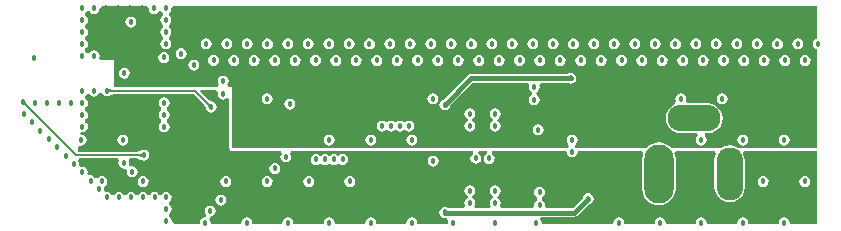
<source format=gbr>
%TF.GenerationSoftware,Altium Limited,Altium Designer,18.1.11 (251)*%
G04 Layer_Physical_Order=3*
G04 Layer_Color=36540*
%FSLAX26Y26*%
%MOIN*%
%TF.FileFunction,Copper,L3,Inr,Signal*%
%TF.Part,Single*%
G01*
G75*
%TA.AperFunction,Conductor*%
%ADD11C,0.007874*%
%ADD37C,0.008000*%
%ADD38C,0.015748*%
%TA.AperFunction,ComponentPad*%
%ADD44O,0.177165X0.088583*%
%ADD45O,0.088583X0.177165*%
%ADD46O,0.098425X0.196850*%
%TA.AperFunction,ViaPad*%
%ADD47C,0.018000*%
G36*
X725866Y757144D02*
X732184Y749143D01*
X731962Y748031D01*
X733359Y741008D01*
X737338Y735054D01*
X743292Y731076D01*
X750315Y729679D01*
X757338Y731076D01*
X763292Y735054D01*
X765555Y738441D01*
X766035Y738613D01*
X773965D01*
X774445Y738441D01*
X776708Y735054D01*
X780095Y732791D01*
X780266Y732312D01*
Y724381D01*
X780095Y723902D01*
X776708Y721639D01*
X772729Y715684D01*
X771332Y708661D01*
X772729Y701638D01*
X776708Y695684D01*
X780095Y693421D01*
X780266Y692942D01*
Y685011D01*
X780095Y684532D01*
X776708Y682269D01*
X772729Y676314D01*
X771332Y669291D01*
X772729Y662268D01*
X776708Y656314D01*
X780095Y654051D01*
X780266Y653571D01*
Y645641D01*
X780095Y645162D01*
X776708Y642898D01*
X772729Y636944D01*
X771332Y629921D01*
X772729Y622898D01*
X776708Y616944D01*
X782662Y612966D01*
X789685Y611569D01*
X796708Y612966D01*
X802662Y616944D01*
X806641Y622898D01*
X808038Y629921D01*
X806641Y636944D01*
X802662Y642898D01*
X799275Y645162D01*
X799104Y645641D01*
Y653571D01*
X799275Y654051D01*
X802662Y656314D01*
X806641Y662268D01*
X808038Y669291D01*
X806641Y676314D01*
X802662Y682269D01*
X799275Y684532D01*
X799104Y685011D01*
Y692942D01*
X799275Y693421D01*
X802662Y695684D01*
X806641Y701638D01*
X808038Y708661D01*
X806641Y715684D01*
X802662Y721639D01*
X799275Y723902D01*
X799104Y724381D01*
Y732312D01*
X799275Y732791D01*
X802662Y735054D01*
X806641Y741008D01*
X808038Y748031D01*
X807816Y749143D01*
X814134Y757143D01*
X2961868Y757143D01*
Y648081D01*
X2957436Y647200D01*
X2951482Y643221D01*
X2947504Y637267D01*
X2946107Y630244D01*
X2947504Y623221D01*
X2951482Y617267D01*
X2957436Y613289D01*
X2961868Y612407D01*
Y282480D01*
X2698030D01*
X2694654Y285071D01*
X2682420Y290139D01*
X2669291Y291867D01*
X2656163Y290139D01*
X2643929Y285071D01*
X2640552Y282480D01*
X2474721D01*
X2472449Y285441D01*
X2460915Y294291D01*
X2447484Y299854D01*
X2433071Y301752D01*
X2418657Y299854D01*
X2405226Y294291D01*
X2393693Y285441D01*
X2391421Y282480D01*
X2156800D01*
X2156678Y282662D01*
X2153291Y284925D01*
X2153119Y285405D01*
Y293335D01*
X2153291Y293815D01*
X2156678Y296078D01*
X2160656Y302032D01*
X2162053Y309055D01*
X2160656Y316078D01*
X2156678Y322032D01*
X2150724Y326011D01*
X2143701Y327408D01*
X2136678Y326011D01*
X2130724Y322032D01*
X2126745Y316078D01*
X2125348Y309055D01*
X2126745Y302032D01*
X2130724Y296078D01*
X2131267Y295714D01*
X2131930Y286712D01*
X2127494Y282480D01*
X1011811D01*
Y486954D01*
X998189D01*
X997200Y488160D01*
X994645Y494954D01*
X997271Y498882D01*
X998668Y505906D01*
X997271Y512929D01*
X993292Y518883D01*
X987338Y522861D01*
X980315Y524258D01*
X973292Y522861D01*
X967338Y518883D01*
X963359Y512929D01*
X961962Y505906D01*
X963359Y498882D01*
X965985Y494954D01*
X963430Y488160D01*
X962441Y486954D01*
X618504D01*
Y576023D01*
X572744Y576023D01*
X568240Y583360D01*
X568235Y584023D01*
X569534Y590551D01*
X568137Y597574D01*
X564158Y603528D01*
X558204Y607507D01*
X551181Y608904D01*
X544158Y607507D01*
X538204Y603528D01*
X535941Y600141D01*
X535461Y599970D01*
X527531D01*
X527051Y600141D01*
X524788Y603528D01*
X521401Y605792D01*
X521230Y606271D01*
Y614201D01*
X521401Y614681D01*
X524788Y616944D01*
X528767Y622898D01*
X530164Y629921D01*
X528767Y636944D01*
X524788Y642898D01*
X521401Y645162D01*
X521230Y645641D01*
Y653571D01*
X521401Y654051D01*
X524788Y656314D01*
X528767Y662268D01*
X530164Y669291D01*
X528767Y676314D01*
X524788Y682268D01*
X521401Y684532D01*
X521230Y685011D01*
Y692941D01*
X521401Y693421D01*
X524788Y695684D01*
X528767Y701638D01*
X530164Y708661D01*
X528767Y715684D01*
X524788Y721639D01*
X521401Y723902D01*
X521230Y724381D01*
Y732311D01*
X521401Y732791D01*
X524788Y735054D01*
X527051Y738441D01*
X527531Y738613D01*
X535461D01*
X535941Y738441D01*
X538204Y735054D01*
X544158Y731076D01*
X551181Y729679D01*
X558204Y731076D01*
X564158Y735054D01*
X568137Y741008D01*
X569534Y748031D01*
X569312Y749143D01*
X575630Y757144D01*
X725866D01*
D02*
G37*
G36*
X600722Y479603D02*
X601249Y479212D01*
X601826Y478867D01*
X602454Y478568D01*
X603132Y478315D01*
X603861Y478108D01*
X604640Y477947D01*
X605470Y477832D01*
X606350Y477763D01*
X607281Y477740D01*
Y469740D01*
X606350Y469717D01*
X605470Y469648D01*
X604640Y469533D01*
X603861Y469372D01*
X603132Y469165D01*
X602454Y468912D01*
X601826Y468613D01*
X601249Y468268D01*
X600722Y467877D01*
X600246Y467440D01*
Y480040D01*
X600722Y479603D01*
D02*
G37*
G36*
X321724Y436551D02*
X321819Y435888D01*
X321982Y435223D01*
X322213Y434558D01*
X322511Y433892D01*
X322878Y433225D01*
X323312Y432557D01*
X323814Y431887D01*
X324384Y431217D01*
X325022Y430546D01*
X319454Y424978D01*
X318783Y425616D01*
X318113Y426186D01*
X317443Y426688D01*
X316775Y427122D01*
X316108Y427489D01*
X315442Y427787D01*
X314777Y428018D01*
X314112Y428181D01*
X313449Y428276D01*
X312787Y428304D01*
X321696Y437213D01*
X321724Y436551D01*
D02*
G37*
G36*
X934859Y430979D02*
X935529Y430409D01*
X936198Y429906D01*
X936866Y429472D01*
X937534Y429106D01*
X938200Y428807D01*
X938865Y428576D01*
X939529Y428413D01*
X940193Y428318D01*
X940855Y428291D01*
X931945Y419381D01*
X931918Y420044D01*
X931823Y420707D01*
X931660Y421371D01*
X931429Y422036D01*
X931130Y422703D01*
X930764Y423370D01*
X930330Y424038D01*
X929828Y424707D01*
X929258Y425377D01*
X928620Y426049D01*
X934188Y431616D01*
X934859Y430979D01*
D02*
G37*
G36*
X962987Y470168D02*
X963233Y469180D01*
X963240Y469019D01*
X961962Y462599D01*
X963359Y455575D01*
X967338Y449621D01*
X973292Y445643D01*
X980315Y444246D01*
X987338Y445643D01*
X993292Y449621D01*
X993615Y450104D01*
X1001615Y447678D01*
Y282480D01*
X1002391Y278579D01*
X1004601Y275271D01*
X1007909Y273060D01*
X1011811Y272284D01*
X1172340D01*
X1173916Y270127D01*
X1175884Y264284D01*
X1173005Y259976D01*
X1171608Y252953D01*
X1173005Y245929D01*
X1176983Y239976D01*
X1182937Y235997D01*
X1189961Y234600D01*
X1196984Y235997D01*
X1202938Y239976D01*
X1206916Y245929D01*
X1208313Y252953D01*
X1206916Y259976D01*
X1204037Y264284D01*
X1206005Y270127D01*
X1207581Y272284D01*
X1813318D01*
X1814398Y269154D01*
X1814648Y264284D01*
X1809857Y261083D01*
X1805879Y255129D01*
X1804482Y248106D01*
X1805879Y241083D01*
X1809857Y235129D01*
X1815811Y231150D01*
X1822835Y229753D01*
X1829858Y231150D01*
X1835812Y235129D01*
X1839790Y241083D01*
X1841187Y248106D01*
X1839790Y255129D01*
X1835812Y261083D01*
X1831021Y264284D01*
X1831271Y269154D01*
X1832352Y272284D01*
X1858705D01*
X1859958Y268444D01*
X1860035Y264284D01*
X1855133Y261009D01*
X1851155Y255055D01*
X1849758Y248032D01*
X1851155Y241008D01*
X1855133Y235054D01*
X1861087Y231076D01*
X1868110Y229679D01*
X1875133Y231076D01*
X1881087Y235054D01*
X1885066Y241008D01*
X1886463Y248032D01*
X1885066Y255055D01*
X1881087Y261009D01*
X1876185Y264284D01*
X1876262Y268444D01*
X1877516Y272284D01*
X2123215D01*
X2125348Y269685D01*
X2126745Y262662D01*
X2130724Y256708D01*
X2136678Y252729D01*
X2143701Y251332D01*
X2150724Y252729D01*
X2156678Y256708D01*
X2160656Y262662D01*
X2162053Y269685D01*
X2164187Y272284D01*
X2376971D01*
X2381415Y265633D01*
X2379280Y260476D01*
X2377382Y246063D01*
Y147638D01*
X2379280Y133224D01*
X2384843Y119793D01*
X2393693Y108260D01*
X2405226Y99410D01*
X2418657Y93846D01*
X2433071Y91949D01*
X2447484Y93846D01*
X2460915Y99410D01*
X2472449Y108260D01*
X2481299Y119793D01*
X2486862Y133224D01*
X2488760Y147638D01*
Y246063D01*
X2486862Y260476D01*
X2484727Y265633D01*
X2489171Y272284D01*
X2620689D01*
X2624442Y264284D01*
X2620294Y254270D01*
X2618566Y241142D01*
Y152559D01*
X2620294Y139430D01*
X2625362Y127196D01*
X2633423Y116691D01*
X2643929Y108630D01*
X2656163Y103562D01*
X2669291Y101834D01*
X2682420Y103562D01*
X2694654Y108630D01*
X2705160Y116691D01*
X2713221Y127196D01*
X2718288Y139430D01*
X2720017Y152559D01*
Y241142D01*
X2718288Y254270D01*
X2714140Y264284D01*
X2717894Y272284D01*
X2961868D01*
Y30258D01*
X2871379D01*
X2868747Y33465D01*
X2867350Y40488D01*
X2863372Y46442D01*
X2857418Y50420D01*
X2850394Y51817D01*
X2843371Y50420D01*
X2837417Y46442D01*
X2833439Y40488D01*
X2832042Y33465D01*
X2829410Y30258D01*
X2733583D01*
X2730952Y33465D01*
X2729555Y40488D01*
X2725576Y46442D01*
X2719622Y50420D01*
X2712599Y51817D01*
X2705576Y50420D01*
X2699622Y46442D01*
X2695644Y40488D01*
X2694247Y33465D01*
X2691615Y30258D01*
X2595788D01*
X2593157Y33465D01*
X2591760Y40488D01*
X2587781Y46442D01*
X2581827Y50420D01*
X2574804Y51817D01*
X2567781Y50420D01*
X2561827Y46442D01*
X2557848Y40488D01*
X2556451Y33465D01*
X2553820Y30259D01*
X2457993D01*
X2455361Y33465D01*
X2453964Y40488D01*
X2449986Y46442D01*
X2444032Y50420D01*
X2437009Y51817D01*
X2429985Y50420D01*
X2424031Y46442D01*
X2420053Y40488D01*
X2418656Y33465D01*
X2416025Y30259D01*
X2320197D01*
X2317566Y33465D01*
X2316169Y40488D01*
X2312191Y46442D01*
X2306236Y50420D01*
X2299213Y51817D01*
X2292190Y50420D01*
X2286236Y46442D01*
X2282258Y40488D01*
X2280861Y33465D01*
X2278229Y30259D01*
X2044607D01*
X2041975Y33465D01*
X2040578Y40488D01*
X2037240Y45484D01*
X2038334Y49606D01*
X2040460Y53484D01*
X2151291D01*
X2156705Y54561D01*
X2161294Y57627D01*
X2199898Y96231D01*
X2204858Y97218D01*
X2210812Y101196D01*
X2214790Y107150D01*
X2216187Y114173D01*
X2214790Y121196D01*
X2210812Y127150D01*
X2204858Y131129D01*
X2197835Y132526D01*
X2190811Y131129D01*
X2184858Y127150D01*
X2180879Y121196D01*
X2179892Y116236D01*
X2145432Y81776D01*
X2058134D01*
X2053044Y89776D01*
X2053786Y93504D01*
X2052389Y100527D01*
X2048410Y106481D01*
X2043298Y109897D01*
X2042848Y114173D01*
X2043298Y118449D01*
X2048410Y121865D01*
X2052389Y127819D01*
X2053786Y134842D01*
X2052389Y141865D01*
X2048410Y147819D01*
X2042456Y151798D01*
X2035433Y153195D01*
X2028410Y151798D01*
X2022456Y147819D01*
X2018478Y141865D01*
X2017081Y134842D01*
X2018478Y127819D01*
X2022456Y121865D01*
X2027569Y118449D01*
X2028019Y114173D01*
X2027569Y109897D01*
X2022456Y106481D01*
X2018478Y100527D01*
X2017081Y93504D01*
X2017822Y89776D01*
X2012732Y81776D01*
X1907107D01*
X1903006Y89776D01*
X1904751Y92386D01*
X1906148Y99410D01*
X1904751Y106433D01*
X1900773Y112387D01*
X1895660Y115803D01*
X1895210Y120079D01*
X1895660Y124355D01*
X1900773Y127771D01*
X1904751Y133725D01*
X1906148Y140748D01*
X1904751Y147771D01*
X1900773Y153725D01*
X1894819Y157704D01*
X1887795Y159101D01*
X1880772Y157704D01*
X1874818Y153725D01*
X1870840Y147771D01*
X1869443Y140748D01*
X1870840Y133725D01*
X1874818Y127771D01*
X1879931Y124355D01*
X1880381Y120079D01*
X1879931Y115803D01*
X1874818Y112387D01*
X1870840Y106433D01*
X1869443Y99410D01*
X1870840Y92386D01*
X1872584Y89776D01*
X1868484Y81776D01*
X1822462D01*
X1818361Y89776D01*
X1820105Y92386D01*
X1821502Y99409D01*
X1820105Y106433D01*
X1816127Y112387D01*
X1811014Y115803D01*
X1810564Y120079D01*
X1811014Y124354D01*
X1816127Y127770D01*
X1820105Y133725D01*
X1821502Y140748D01*
X1820105Y147771D01*
X1816127Y153725D01*
X1810173Y157703D01*
X1803150Y159100D01*
X1796127Y157703D01*
X1790173Y153725D01*
X1786194Y147771D01*
X1784797Y140748D01*
X1786194Y133725D01*
X1790173Y127770D01*
X1795285Y124354D01*
X1795735Y120079D01*
X1795285Y115803D01*
X1790173Y112387D01*
X1786194Y106433D01*
X1784797Y99409D01*
X1786194Y92386D01*
X1787938Y89776D01*
X1783838Y81776D01*
X1731141D01*
X1726512Y84869D01*
X1719488Y86266D01*
X1712465Y84869D01*
X1706511Y80891D01*
X1702533Y74937D01*
X1701136Y67914D01*
X1702533Y60891D01*
X1706511Y54937D01*
X1712465Y50958D01*
X1719488Y49561D01*
X1726511Y50958D01*
X1727994Y50083D01*
X1731076Y40488D01*
X1729679Y33465D01*
X1727048Y30259D01*
X1631221D01*
X1628589Y33465D01*
X1627192Y40488D01*
X1623214Y46442D01*
X1617260Y50420D01*
X1610237Y51817D01*
X1603214Y50420D01*
X1597260Y46442D01*
X1593281Y40488D01*
X1591884Y33465D01*
X1589253Y30259D01*
X1493425D01*
X1490794Y33465D01*
X1489397Y40488D01*
X1485419Y46442D01*
X1479465Y50420D01*
X1472441Y51817D01*
X1465418Y50420D01*
X1459464Y46442D01*
X1455486Y40488D01*
X1454089Y33465D01*
X1451458Y30259D01*
X1355630D01*
X1352999Y33465D01*
X1351602Y40488D01*
X1347623Y46442D01*
X1341669Y50420D01*
X1334646Y51817D01*
X1327623Y50420D01*
X1321669Y46442D01*
X1317691Y40488D01*
X1316294Y33465D01*
X1313662Y30259D01*
X1217835D01*
X1215204Y33465D01*
X1213806Y40488D01*
X1209828Y46442D01*
X1203874Y50420D01*
X1196851Y51817D01*
X1189828Y50420D01*
X1183874Y46442D01*
X1179895Y40488D01*
X1178498Y33465D01*
X1175867Y30259D01*
X1080040D01*
X1077408Y33465D01*
X1076011Y40488D01*
X1072033Y46442D01*
X1066079Y50420D01*
X1059056Y51817D01*
X1052032Y50420D01*
X1046078Y46442D01*
X1042100Y40488D01*
X1040703Y33465D01*
X1038072Y30259D01*
X942244Y30259D01*
X939613Y33465D01*
X938216Y40488D01*
X934661Y45808D01*
X935937Y50059D01*
X937832Y53662D01*
X944031Y54895D01*
X949985Y58873D01*
X953963Y64827D01*
X955360Y71850D01*
X953963Y78874D01*
X949985Y84828D01*
X944031Y88806D01*
X937008Y90203D01*
X929985Y88806D01*
X924031Y84828D01*
X920052Y78874D01*
X918655Y71850D01*
X920052Y64827D01*
X923607Y59507D01*
X922332Y55256D01*
X920436Y51653D01*
X914237Y50420D01*
X908283Y46442D01*
X904305Y40488D01*
X902908Y33465D01*
X900276Y30259D01*
X815788D01*
X809470Y38259D01*
X809691Y39370D01*
X808294Y46393D01*
X804316Y52347D01*
X800929Y54611D01*
X800757Y55090D01*
Y63020D01*
X800929Y63500D01*
X804316Y65763D01*
X808294Y71717D01*
X809691Y78740D01*
X808294Y85763D01*
X804316Y91717D01*
X800929Y93981D01*
X800757Y94460D01*
Y102390D01*
X800929Y102870D01*
X804316Y105133D01*
X808294Y111087D01*
X809691Y118110D01*
X808294Y125133D01*
X804316Y131087D01*
X798362Y135066D01*
X791339Y136463D01*
X784315Y135066D01*
X778361Y131087D01*
X776098Y127700D01*
X775619Y127529D01*
X767688D01*
X767209Y127700D01*
X764946Y131087D01*
X758992Y135066D01*
X751968Y136463D01*
X744945Y135066D01*
X738991Y131087D01*
X736728Y127700D01*
X736249Y127529D01*
X728318D01*
X727839Y127700D01*
X725576Y131087D01*
X719622Y135066D01*
X712598Y136463D01*
X705575Y135066D01*
X699621Y131087D01*
X697358Y127700D01*
X696879Y127529D01*
X688948D01*
X688469Y127700D01*
X686206Y131087D01*
X680252Y135066D01*
X673228Y136463D01*
X666205Y135066D01*
X660251Y131087D01*
X657988Y127700D01*
X657508Y127529D01*
X649578D01*
X649099Y127700D01*
X646836Y131087D01*
X640881Y135066D01*
X633858Y136463D01*
X626835Y135066D01*
X620881Y131087D01*
X618618Y127700D01*
X618138Y127529D01*
X610208D01*
X609729Y127700D01*
X607465Y131087D01*
X601511Y135066D01*
X594488Y136463D01*
X590493Y135668D01*
X590032Y135886D01*
X584425Y141493D01*
X584207Y141954D01*
X585002Y145949D01*
X583605Y152972D01*
X583382Y153306D01*
X583795Y154304D01*
X589749Y158283D01*
X593728Y164237D01*
X595125Y171260D01*
X593728Y178283D01*
X589749Y184237D01*
X583795Y188216D01*
X576772Y189613D01*
X569749Y188216D01*
X563795Y184237D01*
X563080Y183168D01*
X562350Y182933D01*
X553825Y183716D01*
X551788Y186765D01*
X545834Y190744D01*
X538811Y192141D01*
X534815Y191346D01*
X534355Y191564D01*
X528747Y197171D01*
X528530Y197631D01*
X529324Y201627D01*
X527927Y208650D01*
X523949Y214604D01*
X517995Y218582D01*
X510972Y219979D01*
X506976Y219185D01*
X506516Y219402D01*
X500908Y225010D01*
X500691Y225470D01*
X501485Y229466D01*
X500088Y236489D01*
X497454Y240431D01*
X499988Y247193D01*
X500998Y248431D01*
X629126D01*
X633402Y240431D01*
X632651Y239307D01*
X631254Y232284D01*
X632651Y225260D01*
X636629Y219306D01*
X642583Y215328D01*
X649606Y213931D01*
X654174Y214839D01*
X656050Y213702D01*
X659627Y210025D01*
X660459Y208554D01*
X659502Y203740D01*
X660899Y196717D01*
X664877Y190763D01*
X670831Y186785D01*
X677854Y185388D01*
X684878Y186785D01*
X690832Y190763D01*
X694810Y196717D01*
X696207Y203740D01*
X694810Y210763D01*
X690832Y216717D01*
X684878Y220696D01*
X677854Y222093D01*
X673287Y221184D01*
X671410Y222322D01*
X667833Y225998D01*
X667001Y227470D01*
X667959Y232284D01*
X666562Y239307D01*
X665811Y240431D01*
X670087Y248431D01*
X694439D01*
X694962Y247602D01*
X695070Y247526D01*
X695144Y247416D01*
X696692Y246382D01*
X698213Y245309D01*
X698342Y245280D01*
X698452Y245206D01*
X700277Y244843D01*
X702093Y244433D01*
X702739Y244417D01*
X703024Y244394D01*
X703145Y244376D01*
X704035Y243833D01*
X705517Y242843D01*
X705726Y242802D01*
X705909Y242690D01*
X707598Y242426D01*
X708823Y241607D01*
X715846Y240210D01*
X722870Y241607D01*
X728824Y245586D01*
X732802Y251540D01*
X734199Y258563D01*
X732802Y265586D01*
X728824Y271540D01*
X722870Y275519D01*
X715846Y276916D01*
X708823Y275519D01*
X707598Y274700D01*
X705909Y274435D01*
X705727Y274324D01*
X705517Y274283D01*
X704034Y273291D01*
X703145Y272749D01*
X703024Y272732D01*
X702739Y272709D01*
X702093Y272692D01*
X700277Y272283D01*
X698452Y271920D01*
X698342Y271846D01*
X698213Y271817D01*
X696692Y270744D01*
X695144Y269709D01*
X695070Y269600D01*
X694962Y269523D01*
X694439Y268695D01*
X495634D01*
X495394Y268935D01*
Y286857D01*
X503394Y291594D01*
X507874Y290703D01*
X514898Y292100D01*
X520852Y296078D01*
X524830Y302032D01*
X526227Y309055D01*
X524830Y316079D01*
X520852Y322033D01*
X514898Y326011D01*
X507875Y327408D01*
X502854Y332212D01*
X509170Y336503D01*
X511811Y335978D01*
X518834Y337375D01*
X524788Y341353D01*
X528767Y347307D01*
X530164Y354331D01*
X528767Y361354D01*
X524788Y367308D01*
X521401Y369571D01*
X521230Y370051D01*
Y377981D01*
X521401Y378460D01*
X524788Y380724D01*
X528767Y386678D01*
X530164Y393701D01*
X528767Y400724D01*
X524788Y406678D01*
X521401Y408941D01*
X521230Y409421D01*
Y417351D01*
X521401Y417830D01*
X524788Y420094D01*
X528767Y426048D01*
X530164Y433071D01*
X528767Y440094D01*
X524788Y446048D01*
X521401Y448311D01*
X521230Y448791D01*
Y456721D01*
X521401Y457200D01*
X524788Y459464D01*
X527052Y462851D01*
X527531Y463022D01*
X535461Y463022D01*
X535941Y462851D01*
X538204Y459464D01*
X544158Y455485D01*
X551181Y454088D01*
X558204Y455485D01*
X564158Y459464D01*
X568137Y465418D01*
X568551Y467500D01*
X576707D01*
X576863Y466717D01*
X580842Y460763D01*
X586796Y456784D01*
X593819Y455387D01*
X600842Y456784D01*
X602067Y457603D01*
X603741Y457862D01*
X603931Y457977D01*
X604148Y458020D01*
X605624Y459007D01*
X606411Y459485D01*
X606570Y459507D01*
X606874Y459531D01*
X607533Y459547D01*
X609354Y459957D01*
X611183Y460320D01*
X611289Y460391D01*
X611414Y460420D01*
X612940Y461495D01*
X614491Y462531D01*
X614562Y462637D01*
X614667Y462711D01*
X615194Y463544D01*
X786585D01*
X786908Y463608D01*
X882299D01*
X918643Y427265D01*
X918427Y426310D01*
X918450Y426179D01*
X918424Y426049D01*
X918787Y424223D01*
X919103Y422389D01*
X919174Y422277D01*
X919200Y422147D01*
X920235Y420599D01*
X921228Y419026D01*
X921673Y418558D01*
X921858Y418340D01*
X921933Y418241D01*
X922178Y417229D01*
X922526Y415480D01*
X922644Y415302D01*
X922694Y415095D01*
X923702Y413714D01*
X923989Y412268D01*
X927968Y406314D01*
X933922Y402336D01*
X940945Y400939D01*
X947968Y402336D01*
X953922Y406314D01*
X957900Y412268D01*
X959298Y419291D01*
X957900Y426315D01*
X953922Y432269D01*
X947968Y436247D01*
X946522Y436535D01*
X945141Y437542D01*
X944934Y437592D01*
X944757Y437711D01*
X943008Y438059D01*
X941996Y438304D01*
X941897Y438377D01*
X941678Y438564D01*
X941210Y439008D01*
X939637Y440002D01*
X938089Y441036D01*
X937959Y441062D01*
X937847Y441133D01*
X936013Y441449D01*
X934188Y441812D01*
X934058Y441786D01*
X933927Y441809D01*
X932971Y441593D01*
X905198Y469366D01*
X908260Y476758D01*
X958506D01*
X962987Y470168D01*
D02*
G37*
G36*
X709419Y252263D02*
X708932Y252712D01*
X708395Y253114D01*
X707811Y253468D01*
X707177Y253775D01*
X706495Y254035D01*
X705764Y254248D01*
X704984Y254413D01*
X704156Y254531D01*
X703279Y254602D01*
X702353Y254626D01*
Y262500D01*
X703279Y262524D01*
X704156Y262594D01*
X704984Y262713D01*
X705764Y262878D01*
X706495Y263091D01*
X707177Y263351D01*
X707811Y263658D01*
X708395Y264012D01*
X708932Y264414D01*
X709419Y264863D01*
Y252263D01*
D02*
G37*
%LPC*%
G36*
X673228Y721109D02*
X666205Y719712D01*
X660251Y715733D01*
X656273Y709779D01*
X654876Y702756D01*
X656273Y695733D01*
X660251Y689779D01*
X666205Y685800D01*
X673228Y684403D01*
X680251Y685800D01*
X686206Y689779D01*
X690184Y695733D01*
X691581Y702756D01*
X690184Y709779D01*
X686206Y715733D01*
X680251Y719712D01*
X673228Y721109D01*
D02*
G37*
G36*
X2896460Y648597D02*
X2889436Y647200D01*
X2883482Y643221D01*
X2879504Y637267D01*
X2878107Y630244D01*
X2879504Y623221D01*
X2883482Y617267D01*
X2889436Y613289D01*
X2896460Y611892D01*
X2903483Y613289D01*
X2909437Y617267D01*
X2913415Y623221D01*
X2914812Y630244D01*
X2913415Y637267D01*
X2909437Y643221D01*
X2903483Y647200D01*
X2896460Y648597D01*
D02*
G37*
G36*
X2828460D02*
X2821436Y647200D01*
X2815482Y643221D01*
X2811504Y637267D01*
X2810107Y630244D01*
X2811504Y623221D01*
X2815482Y617267D01*
X2821436Y613289D01*
X2828460Y611892D01*
X2835483Y613289D01*
X2841437Y617267D01*
X2845415Y623221D01*
X2846812Y630244D01*
X2845415Y637267D01*
X2841437Y643221D01*
X2835483Y647200D01*
X2828460Y648597D01*
D02*
G37*
G36*
X2760460D02*
X2753436Y647200D01*
X2747482Y643221D01*
X2743504Y637267D01*
X2742107Y630244D01*
X2743504Y623221D01*
X2747482Y617267D01*
X2753436Y613289D01*
X2760460Y611892D01*
X2767483Y613289D01*
X2773437Y617267D01*
X2777415Y623221D01*
X2778812Y630244D01*
X2777415Y637267D01*
X2773437Y643221D01*
X2767483Y647200D01*
X2760460Y648597D01*
D02*
G37*
G36*
X2692460D02*
X2685436Y647200D01*
X2679482Y643221D01*
X2675504Y637267D01*
X2674107Y630244D01*
X2675504Y623221D01*
X2679482Y617267D01*
X2685436Y613289D01*
X2692460Y611892D01*
X2699483Y613289D01*
X2705437Y617267D01*
X2709415Y623221D01*
X2710812Y630244D01*
X2709415Y637267D01*
X2705437Y643221D01*
X2699483Y647200D01*
X2692460Y648597D01*
D02*
G37*
G36*
X2624460D02*
X2617436Y647200D01*
X2611482Y643221D01*
X2607504Y637267D01*
X2606107Y630244D01*
X2607504Y623221D01*
X2611482Y617267D01*
X2617436Y613289D01*
X2624460Y611892D01*
X2631483Y613289D01*
X2637437Y617267D01*
X2641415Y623221D01*
X2642812Y630244D01*
X2641415Y637267D01*
X2637437Y643221D01*
X2631483Y647200D01*
X2624460Y648597D01*
D02*
G37*
G36*
X2556460D02*
X2549436Y647200D01*
X2543482Y643221D01*
X2539504Y637267D01*
X2538107Y630244D01*
X2539504Y623221D01*
X2543482Y617267D01*
X2549436Y613289D01*
X2556460Y611892D01*
X2563483Y613289D01*
X2569437Y617267D01*
X2573415Y623221D01*
X2574812Y630244D01*
X2573415Y637267D01*
X2569437Y643221D01*
X2563483Y647200D01*
X2556460Y648597D01*
D02*
G37*
G36*
X2488460D02*
X2481436Y647200D01*
X2475482Y643221D01*
X2471504Y637267D01*
X2470107Y630244D01*
X2471504Y623221D01*
X2475482Y617267D01*
X2481436Y613289D01*
X2488460Y611892D01*
X2495483Y613289D01*
X2501437Y617267D01*
X2505415Y623221D01*
X2506812Y630244D01*
X2505415Y637267D01*
X2501437Y643221D01*
X2495483Y647200D01*
X2488460Y648597D01*
D02*
G37*
G36*
X2420460D02*
X2413436Y647200D01*
X2407482Y643221D01*
X2403504Y637267D01*
X2402107Y630244D01*
X2403504Y623221D01*
X2407482Y617267D01*
X2413436Y613289D01*
X2420460Y611892D01*
X2427483Y613289D01*
X2433437Y617267D01*
X2437415Y623221D01*
X2438812Y630244D01*
X2437415Y637267D01*
X2433437Y643221D01*
X2427483Y647200D01*
X2420460Y648597D01*
D02*
G37*
G36*
X2352460D02*
X2345436Y647200D01*
X2339482Y643221D01*
X2335504Y637267D01*
X2334107Y630244D01*
X2335504Y623221D01*
X2339482Y617267D01*
X2345436Y613289D01*
X2352460Y611892D01*
X2359483Y613289D01*
X2365437Y617267D01*
X2369415Y623221D01*
X2370812Y630244D01*
X2369415Y637267D01*
X2365437Y643221D01*
X2359483Y647200D01*
X2352460Y648597D01*
D02*
G37*
G36*
X2284460D02*
X2277436Y647200D01*
X2271482Y643221D01*
X2267504Y637267D01*
X2266107Y630244D01*
X2267504Y623221D01*
X2271482Y617267D01*
X2277436Y613289D01*
X2284460Y611892D01*
X2291483Y613289D01*
X2297437Y617267D01*
X2301415Y623221D01*
X2302812Y630244D01*
X2301415Y637267D01*
X2297437Y643221D01*
X2291483Y647200D01*
X2284460Y648597D01*
D02*
G37*
G36*
X2216460D02*
X2209436Y647200D01*
X2203482Y643221D01*
X2199504Y637267D01*
X2198107Y630244D01*
X2199504Y623221D01*
X2203482Y617267D01*
X2209436Y613289D01*
X2216460Y611892D01*
X2223483Y613289D01*
X2229437Y617267D01*
X2233415Y623221D01*
X2234812Y630244D01*
X2233415Y637267D01*
X2229437Y643221D01*
X2223483Y647200D01*
X2216460Y648597D01*
D02*
G37*
G36*
X2148460D02*
X2141436Y647200D01*
X2135482Y643221D01*
X2131504Y637267D01*
X2130107Y630244D01*
X2131504Y623221D01*
X2135482Y617267D01*
X2141436Y613289D01*
X2148460Y611892D01*
X2155483Y613289D01*
X2161437Y617267D01*
X2165415Y623221D01*
X2166812Y630244D01*
X2165415Y637267D01*
X2161437Y643221D01*
X2155483Y647200D01*
X2148460Y648597D01*
D02*
G37*
G36*
X2080460D02*
X2073436Y647200D01*
X2067482Y643221D01*
X2063504Y637267D01*
X2062107Y630244D01*
X2063504Y623221D01*
X2067482Y617267D01*
X2073436Y613289D01*
X2080460Y611892D01*
X2087483Y613289D01*
X2093437Y617267D01*
X2097415Y623221D01*
X2098812Y630244D01*
X2097415Y637267D01*
X2093437Y643221D01*
X2087483Y647200D01*
X2080460Y648597D01*
D02*
G37*
G36*
X2012460D02*
X2005436Y647200D01*
X1999482Y643221D01*
X1995504Y637267D01*
X1994107Y630244D01*
X1995504Y623221D01*
X1999482Y617267D01*
X2005436Y613289D01*
X2012460Y611892D01*
X2019483Y613289D01*
X2025437Y617267D01*
X2029415Y623221D01*
X2030812Y630244D01*
X2029415Y637267D01*
X2025437Y643221D01*
X2019483Y647200D01*
X2012460Y648597D01*
D02*
G37*
G36*
X1944460D02*
X1937436Y647200D01*
X1931482Y643221D01*
X1927504Y637267D01*
X1926107Y630244D01*
X1927504Y623221D01*
X1931482Y617267D01*
X1937436Y613289D01*
X1944460Y611892D01*
X1951483Y613289D01*
X1957437Y617267D01*
X1961415Y623221D01*
X1962812Y630244D01*
X1961415Y637267D01*
X1957437Y643221D01*
X1951483Y647200D01*
X1944460Y648597D01*
D02*
G37*
G36*
X1876460D02*
X1869436Y647200D01*
X1863482Y643221D01*
X1859504Y637267D01*
X1858107Y630244D01*
X1859504Y623221D01*
X1863482Y617267D01*
X1869436Y613289D01*
X1876460Y611892D01*
X1883483Y613289D01*
X1889437Y617267D01*
X1893415Y623221D01*
X1894812Y630244D01*
X1893415Y637267D01*
X1889437Y643221D01*
X1883483Y647200D01*
X1876460Y648597D01*
D02*
G37*
G36*
X1808460D02*
X1801436Y647200D01*
X1795482Y643221D01*
X1791504Y637267D01*
X1790107Y630244D01*
X1791504Y623221D01*
X1795482Y617267D01*
X1801436Y613289D01*
X1808460Y611892D01*
X1815483Y613289D01*
X1821437Y617267D01*
X1825415Y623221D01*
X1826812Y630244D01*
X1825415Y637267D01*
X1821437Y643221D01*
X1815483Y647200D01*
X1808460Y648597D01*
D02*
G37*
G36*
X1740460D02*
X1733436Y647200D01*
X1727482Y643221D01*
X1723504Y637267D01*
X1722107Y630244D01*
X1723504Y623221D01*
X1727482Y617267D01*
X1733436Y613289D01*
X1740460Y611892D01*
X1747483Y613289D01*
X1753437Y617267D01*
X1757415Y623221D01*
X1758812Y630244D01*
X1757415Y637267D01*
X1753437Y643221D01*
X1747483Y647200D01*
X1740460Y648597D01*
D02*
G37*
G36*
X1672460D02*
X1665436Y647200D01*
X1659482Y643221D01*
X1655504Y637267D01*
X1654107Y630244D01*
X1655504Y623221D01*
X1659482Y617267D01*
X1665436Y613289D01*
X1672460Y611892D01*
X1679483Y613289D01*
X1685437Y617267D01*
X1689415Y623221D01*
X1690812Y630244D01*
X1689415Y637267D01*
X1685437Y643221D01*
X1679483Y647200D01*
X1672460Y648597D01*
D02*
G37*
G36*
X1604460D02*
X1597436Y647200D01*
X1591482Y643221D01*
X1587504Y637267D01*
X1586107Y630244D01*
X1587504Y623221D01*
X1591482Y617267D01*
X1597436Y613289D01*
X1604460Y611892D01*
X1611483Y613289D01*
X1617437Y617267D01*
X1621415Y623221D01*
X1622812Y630244D01*
X1621415Y637267D01*
X1617437Y643221D01*
X1611483Y647200D01*
X1604460Y648597D01*
D02*
G37*
G36*
X1536460D02*
X1529436Y647200D01*
X1523482Y643221D01*
X1519504Y637267D01*
X1518107Y630244D01*
X1519504Y623221D01*
X1523482Y617267D01*
X1529436Y613289D01*
X1536460Y611892D01*
X1543483Y613289D01*
X1549437Y617267D01*
X1553415Y623221D01*
X1554812Y630244D01*
X1553415Y637267D01*
X1549437Y643221D01*
X1543483Y647200D01*
X1536460Y648597D01*
D02*
G37*
G36*
X1468460D02*
X1461436Y647200D01*
X1455482Y643221D01*
X1451504Y637267D01*
X1450107Y630244D01*
X1451504Y623221D01*
X1455482Y617267D01*
X1461436Y613289D01*
X1468460Y611892D01*
X1475483Y613289D01*
X1481437Y617267D01*
X1485415Y623221D01*
X1486812Y630244D01*
X1485415Y637267D01*
X1481437Y643221D01*
X1475483Y647200D01*
X1468460Y648597D01*
D02*
G37*
G36*
X1400460D02*
X1393436Y647200D01*
X1387482Y643221D01*
X1383504Y637267D01*
X1382107Y630244D01*
X1383504Y623221D01*
X1387482Y617267D01*
X1393436Y613289D01*
X1400460Y611892D01*
X1407483Y613289D01*
X1413437Y617267D01*
X1417415Y623221D01*
X1418812Y630244D01*
X1417415Y637267D01*
X1413437Y643221D01*
X1407483Y647200D01*
X1400460Y648597D01*
D02*
G37*
G36*
X1332460D02*
X1325436Y647200D01*
X1319482Y643221D01*
X1315504Y637267D01*
X1314107Y630244D01*
X1315504Y623221D01*
X1319482Y617267D01*
X1325436Y613289D01*
X1332460Y611892D01*
X1339483Y613289D01*
X1345437Y617267D01*
X1349415Y623221D01*
X1350812Y630244D01*
X1349415Y637267D01*
X1345437Y643221D01*
X1339483Y647200D01*
X1332460Y648597D01*
D02*
G37*
G36*
X1264460D02*
X1257436Y647200D01*
X1251482Y643221D01*
X1247504Y637267D01*
X1246107Y630244D01*
X1247504Y623221D01*
X1251482Y617267D01*
X1257436Y613289D01*
X1264460Y611892D01*
X1271483Y613289D01*
X1277437Y617267D01*
X1281415Y623221D01*
X1282812Y630244D01*
X1281415Y637267D01*
X1277437Y643221D01*
X1271483Y647200D01*
X1264460Y648597D01*
D02*
G37*
G36*
X1196460D02*
X1189436Y647200D01*
X1183482Y643221D01*
X1179504Y637267D01*
X1178107Y630244D01*
X1179504Y623221D01*
X1183482Y617267D01*
X1189436Y613289D01*
X1196460Y611892D01*
X1203483Y613289D01*
X1209437Y617267D01*
X1213415Y623221D01*
X1214812Y630244D01*
X1213415Y637267D01*
X1209437Y643221D01*
X1203483Y647200D01*
X1196460Y648597D01*
D02*
G37*
G36*
X1128460D02*
X1121436Y647200D01*
X1115482Y643221D01*
X1111504Y637267D01*
X1110107Y630244D01*
X1111504Y623221D01*
X1115482Y617267D01*
X1121436Y613289D01*
X1128460Y611892D01*
X1135483Y613289D01*
X1141437Y617267D01*
X1145415Y623221D01*
X1146812Y630244D01*
X1145415Y637267D01*
X1141437Y643221D01*
X1135483Y647200D01*
X1128460Y648597D01*
D02*
G37*
G36*
X1060460D02*
X1053436Y647200D01*
X1047482Y643221D01*
X1043504Y637267D01*
X1042107Y630244D01*
X1043504Y623221D01*
X1047482Y617267D01*
X1053436Y613289D01*
X1060460Y611892D01*
X1067483Y613289D01*
X1073437Y617267D01*
X1077415Y623221D01*
X1078812Y630244D01*
X1077415Y637267D01*
X1073437Y643221D01*
X1067483Y647200D01*
X1060460Y648597D01*
D02*
G37*
G36*
X992460D02*
X985436Y647200D01*
X979482Y643221D01*
X975504Y637267D01*
X974107Y630244D01*
X975504Y623221D01*
X979482Y617267D01*
X985436Y613289D01*
X992460Y611892D01*
X999483Y613289D01*
X1005437Y617267D01*
X1009415Y623221D01*
X1010812Y630244D01*
X1009415Y637267D01*
X1005437Y643221D01*
X999483Y647200D01*
X992460Y648597D01*
D02*
G37*
G36*
X924460D02*
X917436Y647200D01*
X911482Y643221D01*
X907504Y637267D01*
X906107Y630244D01*
X907504Y623221D01*
X911482Y617267D01*
X917436Y613289D01*
X924460Y611892D01*
X931483Y613289D01*
X937437Y617267D01*
X941415Y623221D01*
X942812Y630244D01*
X941415Y637267D01*
X937437Y643221D01*
X931483Y647200D01*
X924460Y648597D01*
D02*
G37*
G36*
X841403Y615971D02*
X834379Y614574D01*
X828425Y610596D01*
X824447Y604642D01*
X823050Y597619D01*
X824447Y590596D01*
X828425Y584641D01*
X834379Y580663D01*
X841403Y579266D01*
X848426Y580663D01*
X854380Y584641D01*
X858358Y590596D01*
X859755Y597619D01*
X858358Y604642D01*
X854380Y610596D01*
X848426Y614574D01*
X841403Y615971D01*
D02*
G37*
G36*
X783465Y602999D02*
X776442Y601602D01*
X770488Y597623D01*
X766509Y591669D01*
X765112Y584646D01*
X766509Y577623D01*
X770488Y571669D01*
X776442Y567690D01*
X783465Y566293D01*
X790488Y567690D01*
X796442Y571669D01*
X800421Y577623D01*
X801818Y584646D01*
X800421Y591669D01*
X796442Y597623D01*
X790488Y601602D01*
X783465Y602999D01*
D02*
G37*
G36*
X2920755Y592833D02*
X2913732Y591436D01*
X2907778Y587457D01*
X2903800Y581503D01*
X2902403Y574480D01*
X2903800Y567457D01*
X2907778Y561503D01*
X2913732Y557524D01*
X2920755Y556127D01*
X2927779Y557524D01*
X2933733Y561503D01*
X2937711Y567457D01*
X2939108Y574480D01*
X2937711Y581503D01*
X2933733Y587457D01*
X2927779Y591436D01*
X2920755Y592833D01*
D02*
G37*
G36*
X2852755D02*
X2845732Y591436D01*
X2839778Y587457D01*
X2835800Y581503D01*
X2834403Y574480D01*
X2835800Y567457D01*
X2839778Y561503D01*
X2845732Y557524D01*
X2852755Y556127D01*
X2859779Y557524D01*
X2865733Y561503D01*
X2869711Y567457D01*
X2871108Y574480D01*
X2869711Y581503D01*
X2865733Y587457D01*
X2859779Y591436D01*
X2852755Y592833D01*
D02*
G37*
G36*
X2784755D02*
X2777732Y591436D01*
X2771778Y587457D01*
X2767800Y581503D01*
X2766403Y574480D01*
X2767800Y567457D01*
X2771778Y561503D01*
X2777732Y557524D01*
X2784755Y556127D01*
X2791779Y557524D01*
X2797733Y561503D01*
X2801711Y567457D01*
X2803108Y574480D01*
X2801711Y581503D01*
X2797733Y587457D01*
X2791779Y591436D01*
X2784755Y592833D01*
D02*
G37*
G36*
X2716755D02*
X2709732Y591436D01*
X2703778Y587457D01*
X2699800Y581503D01*
X2698403Y574480D01*
X2699800Y567457D01*
X2703778Y561503D01*
X2709732Y557524D01*
X2716755Y556127D01*
X2723779Y557524D01*
X2729733Y561503D01*
X2733711Y567457D01*
X2735108Y574480D01*
X2733711Y581503D01*
X2729733Y587457D01*
X2723779Y591436D01*
X2716755Y592833D01*
D02*
G37*
G36*
X2648755D02*
X2641732Y591436D01*
X2635778Y587457D01*
X2631800Y581503D01*
X2630403Y574480D01*
X2631800Y567457D01*
X2635778Y561503D01*
X2641732Y557524D01*
X2648755Y556127D01*
X2655779Y557524D01*
X2661733Y561503D01*
X2665711Y567457D01*
X2667108Y574480D01*
X2665711Y581503D01*
X2661733Y587457D01*
X2655779Y591436D01*
X2648755Y592833D01*
D02*
G37*
G36*
X2580755D02*
X2573732Y591436D01*
X2567778Y587457D01*
X2563800Y581503D01*
X2562403Y574480D01*
X2563800Y567457D01*
X2567778Y561503D01*
X2573732Y557524D01*
X2580755Y556127D01*
X2587779Y557524D01*
X2593733Y561503D01*
X2597711Y567457D01*
X2599108Y574480D01*
X2597711Y581503D01*
X2593733Y587457D01*
X2587779Y591436D01*
X2580755Y592833D01*
D02*
G37*
G36*
X2512755D02*
X2505732Y591436D01*
X2499778Y587457D01*
X2495800Y581503D01*
X2494403Y574480D01*
X2495800Y567457D01*
X2499778Y561503D01*
X2505732Y557524D01*
X2512755Y556127D01*
X2519779Y557524D01*
X2525733Y561503D01*
X2529711Y567457D01*
X2531108Y574480D01*
X2529711Y581503D01*
X2525733Y587457D01*
X2519779Y591436D01*
X2512755Y592833D01*
D02*
G37*
G36*
X2444755D02*
X2437732Y591436D01*
X2431778Y587457D01*
X2427800Y581503D01*
X2426403Y574480D01*
X2427800Y567457D01*
X2431778Y561503D01*
X2437732Y557524D01*
X2444755Y556127D01*
X2451779Y557524D01*
X2457733Y561503D01*
X2461711Y567457D01*
X2463108Y574480D01*
X2461711Y581503D01*
X2457733Y587457D01*
X2451779Y591436D01*
X2444755Y592833D01*
D02*
G37*
G36*
X2376755D02*
X2369732Y591436D01*
X2363778Y587457D01*
X2359800Y581503D01*
X2358403Y574480D01*
X2359800Y567457D01*
X2363778Y561503D01*
X2369732Y557524D01*
X2376755Y556127D01*
X2383779Y557524D01*
X2389733Y561503D01*
X2393711Y567457D01*
X2395108Y574480D01*
X2393711Y581503D01*
X2389733Y587457D01*
X2383779Y591436D01*
X2376755Y592833D01*
D02*
G37*
G36*
X2308755D02*
X2301732Y591436D01*
X2295778Y587457D01*
X2291800Y581503D01*
X2290403Y574480D01*
X2291800Y567457D01*
X2295778Y561503D01*
X2301732Y557524D01*
X2308755Y556127D01*
X2315779Y557524D01*
X2321733Y561503D01*
X2325711Y567457D01*
X2327108Y574480D01*
X2325711Y581503D01*
X2321733Y587457D01*
X2315779Y591436D01*
X2308755Y592833D01*
D02*
G37*
G36*
X2240755D02*
X2233732Y591436D01*
X2227778Y587457D01*
X2223800Y581503D01*
X2222403Y574480D01*
X2223800Y567457D01*
X2227778Y561503D01*
X2233732Y557524D01*
X2240755Y556127D01*
X2247779Y557524D01*
X2253733Y561503D01*
X2257711Y567457D01*
X2259108Y574480D01*
X2257711Y581503D01*
X2253733Y587457D01*
X2247779Y591436D01*
X2240755Y592833D01*
D02*
G37*
G36*
X2172755D02*
X2165732Y591436D01*
X2159778Y587457D01*
X2155800Y581503D01*
X2154403Y574480D01*
X2155800Y567457D01*
X2159778Y561503D01*
X2165732Y557524D01*
X2172755Y556127D01*
X2179779Y557524D01*
X2185733Y561503D01*
X2189711Y567457D01*
X2191108Y574480D01*
X2189711Y581503D01*
X2185733Y587457D01*
X2179779Y591436D01*
X2172755Y592833D01*
D02*
G37*
G36*
X2104755D02*
X2097732Y591436D01*
X2091778Y587457D01*
X2087800Y581503D01*
X2086403Y574480D01*
X2087800Y567457D01*
X2091778Y561503D01*
X2097732Y557524D01*
X2104755Y556127D01*
X2111779Y557524D01*
X2117733Y561503D01*
X2121711Y567457D01*
X2123108Y574480D01*
X2121711Y581503D01*
X2117733Y587457D01*
X2111779Y591436D01*
X2104755Y592833D01*
D02*
G37*
G36*
X2036755D02*
X2029732Y591436D01*
X2023778Y587457D01*
X2019800Y581503D01*
X2018403Y574480D01*
X2019800Y567457D01*
X2023778Y561503D01*
X2029732Y557524D01*
X2036755Y556127D01*
X2043779Y557524D01*
X2049733Y561503D01*
X2053711Y567457D01*
X2055108Y574480D01*
X2053711Y581503D01*
X2049733Y587457D01*
X2043779Y591436D01*
X2036755Y592833D01*
D02*
G37*
G36*
X1968755D02*
X1961732Y591436D01*
X1955778Y587457D01*
X1951800Y581503D01*
X1950403Y574480D01*
X1951800Y567457D01*
X1955778Y561503D01*
X1961732Y557524D01*
X1968755Y556127D01*
X1975779Y557524D01*
X1981733Y561503D01*
X1985711Y567457D01*
X1987108Y574480D01*
X1985711Y581503D01*
X1981733Y587457D01*
X1975779Y591436D01*
X1968755Y592833D01*
D02*
G37*
G36*
X1900755D02*
X1893732Y591436D01*
X1887778Y587457D01*
X1883800Y581503D01*
X1882403Y574480D01*
X1883800Y567457D01*
X1887778Y561503D01*
X1893732Y557524D01*
X1900755Y556127D01*
X1907779Y557524D01*
X1913733Y561503D01*
X1917711Y567457D01*
X1919108Y574480D01*
X1917711Y581503D01*
X1913733Y587457D01*
X1907779Y591436D01*
X1900755Y592833D01*
D02*
G37*
G36*
X1832755D02*
X1825732Y591436D01*
X1819778Y587457D01*
X1815800Y581503D01*
X1814403Y574480D01*
X1815800Y567457D01*
X1819778Y561503D01*
X1825732Y557524D01*
X1832755Y556127D01*
X1839779Y557524D01*
X1845733Y561503D01*
X1849711Y567457D01*
X1851108Y574480D01*
X1849711Y581503D01*
X1845733Y587457D01*
X1839779Y591436D01*
X1832755Y592833D01*
D02*
G37*
G36*
X1764755D02*
X1757732Y591436D01*
X1751778Y587457D01*
X1747800Y581503D01*
X1746403Y574480D01*
X1747800Y567457D01*
X1751778Y561503D01*
X1757732Y557524D01*
X1764755Y556127D01*
X1771779Y557524D01*
X1777733Y561503D01*
X1781711Y567457D01*
X1783108Y574480D01*
X1781711Y581503D01*
X1777733Y587457D01*
X1771779Y591436D01*
X1764755Y592833D01*
D02*
G37*
G36*
X1696755D02*
X1689732Y591436D01*
X1683778Y587457D01*
X1679800Y581503D01*
X1678403Y574480D01*
X1679800Y567457D01*
X1683778Y561503D01*
X1689732Y557524D01*
X1696755Y556127D01*
X1703779Y557524D01*
X1709733Y561503D01*
X1713711Y567457D01*
X1715108Y574480D01*
X1713711Y581503D01*
X1709733Y587457D01*
X1703779Y591436D01*
X1696755Y592833D01*
D02*
G37*
G36*
X1628755D02*
X1621732Y591436D01*
X1615778Y587457D01*
X1611800Y581503D01*
X1610403Y574480D01*
X1611800Y567457D01*
X1615778Y561503D01*
X1621732Y557524D01*
X1628755Y556127D01*
X1635779Y557524D01*
X1641733Y561503D01*
X1645711Y567457D01*
X1647108Y574480D01*
X1645711Y581503D01*
X1641733Y587457D01*
X1635779Y591436D01*
X1628755Y592833D01*
D02*
G37*
G36*
X1560755D02*
X1553732Y591436D01*
X1547778Y587457D01*
X1543800Y581503D01*
X1542403Y574480D01*
X1543800Y567457D01*
X1547778Y561503D01*
X1553732Y557524D01*
X1560755Y556127D01*
X1567779Y557524D01*
X1573733Y561503D01*
X1577711Y567457D01*
X1579108Y574480D01*
X1577711Y581503D01*
X1573733Y587457D01*
X1567779Y591436D01*
X1560755Y592833D01*
D02*
G37*
G36*
X1492755D02*
X1485732Y591436D01*
X1479778Y587457D01*
X1475800Y581503D01*
X1474403Y574480D01*
X1475800Y567457D01*
X1479778Y561503D01*
X1485732Y557524D01*
X1492755Y556127D01*
X1499779Y557524D01*
X1505733Y561503D01*
X1509711Y567457D01*
X1511108Y574480D01*
X1509711Y581503D01*
X1505733Y587457D01*
X1499779Y591436D01*
X1492755Y592833D01*
D02*
G37*
G36*
X1424755D02*
X1417732Y591436D01*
X1411778Y587457D01*
X1407800Y581503D01*
X1406403Y574480D01*
X1407800Y567457D01*
X1411778Y561503D01*
X1417732Y557524D01*
X1424755Y556127D01*
X1431779Y557524D01*
X1437733Y561503D01*
X1441711Y567457D01*
X1443108Y574480D01*
X1441711Y581503D01*
X1437733Y587457D01*
X1431779Y591436D01*
X1424755Y592833D01*
D02*
G37*
G36*
X1356755D02*
X1349732Y591436D01*
X1343778Y587457D01*
X1339800Y581503D01*
X1338403Y574480D01*
X1339800Y567457D01*
X1343778Y561503D01*
X1349732Y557524D01*
X1356755Y556127D01*
X1363779Y557524D01*
X1369733Y561503D01*
X1373711Y567457D01*
X1375108Y574480D01*
X1373711Y581503D01*
X1369733Y587457D01*
X1363779Y591436D01*
X1356755Y592833D01*
D02*
G37*
G36*
X1288755D02*
X1281732Y591436D01*
X1275778Y587457D01*
X1271800Y581503D01*
X1270403Y574480D01*
X1271800Y567457D01*
X1275778Y561503D01*
X1281732Y557524D01*
X1288755Y556127D01*
X1295779Y557524D01*
X1301733Y561503D01*
X1305711Y567457D01*
X1307108Y574480D01*
X1305711Y581503D01*
X1301733Y587457D01*
X1295779Y591436D01*
X1288755Y592833D01*
D02*
G37*
G36*
X1220755D02*
X1213732Y591436D01*
X1207778Y587457D01*
X1203800Y581503D01*
X1202403Y574480D01*
X1203800Y567457D01*
X1207778Y561503D01*
X1213732Y557524D01*
X1220755Y556127D01*
X1227779Y557524D01*
X1233733Y561503D01*
X1237711Y567457D01*
X1239108Y574480D01*
X1237711Y581503D01*
X1233733Y587457D01*
X1227779Y591436D01*
X1220755Y592833D01*
D02*
G37*
G36*
X1152755D02*
X1145732Y591436D01*
X1139778Y587457D01*
X1135800Y581503D01*
X1134403Y574480D01*
X1135800Y567457D01*
X1139778Y561503D01*
X1145732Y557524D01*
X1152755Y556127D01*
X1159779Y557524D01*
X1165733Y561503D01*
X1169711Y567457D01*
X1171108Y574480D01*
X1169711Y581503D01*
X1165733Y587457D01*
X1159779Y591436D01*
X1152755Y592833D01*
D02*
G37*
G36*
X1084755D02*
X1077732Y591436D01*
X1071778Y587457D01*
X1067800Y581503D01*
X1066403Y574480D01*
X1067800Y567457D01*
X1071778Y561503D01*
X1077732Y557524D01*
X1084755Y556127D01*
X1091779Y557524D01*
X1097733Y561503D01*
X1101711Y567457D01*
X1103108Y574480D01*
X1101711Y581503D01*
X1097733Y587457D01*
X1091779Y591436D01*
X1084755Y592833D01*
D02*
G37*
G36*
X1016755D02*
X1009732Y591436D01*
X1003778Y587457D01*
X999800Y581503D01*
X998403Y574480D01*
X999800Y567457D01*
X1003778Y561503D01*
X1009732Y557524D01*
X1016755Y556127D01*
X1023779Y557524D01*
X1029733Y561503D01*
X1033711Y567457D01*
X1035108Y574480D01*
X1033711Y581503D01*
X1029733Y587457D01*
X1023779Y591436D01*
X1016755Y592833D01*
D02*
G37*
G36*
X948755D02*
X941732Y591436D01*
X935778Y587457D01*
X931800Y581503D01*
X930403Y574480D01*
X931800Y567457D01*
X935778Y561503D01*
X941732Y557524D01*
X948755Y556127D01*
X955779Y557524D01*
X961733Y561503D01*
X965711Y567457D01*
X967108Y574480D01*
X965711Y581503D01*
X961733Y587457D01*
X955779Y591436D01*
X948755Y592833D01*
D02*
G37*
G36*
X882537Y577367D02*
X875514Y575970D01*
X869560Y571992D01*
X865582Y566038D01*
X864185Y559014D01*
X865582Y551991D01*
X869560Y546037D01*
X875514Y542059D01*
X882537Y540662D01*
X889561Y542059D01*
X895515Y546037D01*
X899493Y551991D01*
X900890Y559014D01*
X899493Y566038D01*
X895515Y571992D01*
X889561Y575970D01*
X882537Y577367D01*
D02*
G37*
G36*
X651575Y549841D02*
X644552Y548444D01*
X638598Y544466D01*
X634619Y538512D01*
X633222Y531489D01*
X634619Y524465D01*
X638598Y518511D01*
X644552Y514533D01*
X651575Y513136D01*
X658598Y514533D01*
X664552Y518511D01*
X668530Y524465D01*
X669927Y531489D01*
X668530Y538512D01*
X664552Y544466D01*
X658598Y548444D01*
X651575Y549841D01*
D02*
G37*
G36*
X2139764Y533116D02*
X2132741Y531719D01*
X2128535Y528910D01*
X1807087D01*
X1801673Y527833D01*
X1797084Y524766D01*
X1717425Y445108D01*
X1712465Y444121D01*
X1706511Y440142D01*
X1702532Y434188D01*
X1701135Y427165D01*
X1702532Y420142D01*
X1706511Y414188D01*
X1712465Y410210D01*
X1719488Y408813D01*
X1726511Y410210D01*
X1732465Y414188D01*
X1736444Y420142D01*
X1737430Y425102D01*
X1812946Y500618D01*
X1996725D01*
X2001001Y492618D01*
X2000761Y492259D01*
X1999364Y485236D01*
X2000761Y478213D01*
X2004739Y472259D01*
X2009852Y468843D01*
X2010302Y464567D01*
X2009852Y460291D01*
X2004739Y456875D01*
X2000761Y450921D01*
X1999364Y443898D01*
X2000761Y436874D01*
X2004739Y430920D01*
X2010693Y426942D01*
X2017717Y425545D01*
X2024740Y426942D01*
X2030694Y430920D01*
X2034672Y436874D01*
X2036069Y443898D01*
X2034672Y450921D01*
X2030694Y456875D01*
X2025581Y460291D01*
X2025131Y464567D01*
X2025581Y468843D01*
X2030694Y472259D01*
X2034672Y478213D01*
X2036069Y485236D01*
X2034672Y492259D01*
X2034432Y492618D01*
X2038708Y500618D01*
X2128535D01*
X2132741Y497808D01*
X2139764Y496411D01*
X2146787Y497808D01*
X2152741Y501787D01*
X2156719Y507741D01*
X2158116Y514764D01*
X2156719Y521787D01*
X2152741Y527741D01*
X2146787Y531719D01*
X2139764Y533116D01*
D02*
G37*
G36*
X2643702Y465203D02*
X2636678Y463806D01*
X2630724Y459828D01*
X2626746Y453874D01*
X2625349Y446851D01*
X2626746Y439827D01*
X2630724Y433873D01*
X2636678Y429895D01*
X2643702Y428498D01*
X2650725Y429895D01*
X2656679Y433873D01*
X2660657Y439827D01*
X2662054Y446851D01*
X2660657Y453874D01*
X2656679Y459828D01*
X2650725Y463806D01*
X2643702Y465203D01*
D02*
G37*
G36*
X1679134D02*
X1672111Y463806D01*
X1666157Y459828D01*
X1662179Y453874D01*
X1660782Y446851D01*
X1662179Y439827D01*
X1666157Y433873D01*
X1672111Y429895D01*
X1679134Y428498D01*
X1686158Y429895D01*
X1692112Y433873D01*
X1696090Y439827D01*
X1697487Y446851D01*
X1696090Y453874D01*
X1692112Y459828D01*
X1686158Y463806D01*
X1679134Y465203D01*
D02*
G37*
G36*
X1127953D02*
X1120930Y463806D01*
X1114976Y459828D01*
X1110998Y453874D01*
X1109601Y446851D01*
X1110998Y439827D01*
X1114976Y433873D01*
X1120930Y429895D01*
X1127953Y428498D01*
X1134976Y429895D01*
X1140930Y433873D01*
X1144909Y439827D01*
X1146306Y446851D01*
X1144909Y453874D01*
X1140930Y459828D01*
X1134976Y463806D01*
X1127953Y465203D01*
D02*
G37*
G36*
X1202756Y446502D02*
X1195733Y445105D01*
X1189779Y441127D01*
X1185800Y435173D01*
X1184403Y428150D01*
X1185800Y421126D01*
X1189779Y415172D01*
X1195733Y411194D01*
X1202756Y409797D01*
X1209779Y411194D01*
X1215733Y415172D01*
X1219711Y421126D01*
X1221109Y428150D01*
X1219711Y435173D01*
X1215733Y441127D01*
X1209779Y445105D01*
X1202756Y446502D01*
D02*
G37*
G36*
X1599410Y374258D02*
X1592386Y372861D01*
X1586432Y368883D01*
X1582859D01*
X1576905Y372861D01*
X1569882Y374258D01*
X1562859Y372861D01*
X1556905Y368883D01*
X1553332D01*
X1547378Y372861D01*
X1540354Y374258D01*
X1533331Y372861D01*
X1527377Y368883D01*
X1523804D01*
X1517850Y372861D01*
X1510827Y374258D01*
X1503804Y372861D01*
X1497850Y368883D01*
X1493871Y362929D01*
X1492474Y355906D01*
X1493871Y348882D01*
X1497850Y342928D01*
X1503804Y338950D01*
X1510827Y337553D01*
X1517850Y338950D01*
X1523804Y342928D01*
X1527377D01*
X1533331Y338950D01*
X1540354Y337553D01*
X1547378Y338950D01*
X1553332Y342928D01*
X1556905D01*
X1562859Y338950D01*
X1569882Y337553D01*
X1576905Y338950D01*
X1582859Y342928D01*
X1586432D01*
X1592386Y338950D01*
X1599410Y337553D01*
X1606433Y338950D01*
X1612387Y342928D01*
X1616365Y348882D01*
X1617762Y355906D01*
X1616365Y362929D01*
X1612387Y368883D01*
X1606433Y372861D01*
X1599410Y374258D01*
D02*
G37*
G36*
X1887795Y415006D02*
X1880772Y413609D01*
X1874818Y409631D01*
X1870840Y403677D01*
X1869443Y396654D01*
X1870840Y389630D01*
X1874818Y383676D01*
X1879930Y380260D01*
X1880381Y375984D01*
X1879930Y371709D01*
X1874818Y368292D01*
X1870840Y362338D01*
X1869443Y355315D01*
X1870840Y348292D01*
X1874818Y342338D01*
X1880772Y338360D01*
X1887795Y336963D01*
X1894818Y338360D01*
X1900772Y342338D01*
X1904751Y348292D01*
X1906148Y355315D01*
X1904751Y362338D01*
X1900772Y368292D01*
X1895660Y371709D01*
X1895209Y375984D01*
X1895660Y380260D01*
X1900772Y383676D01*
X1904751Y389630D01*
X1906148Y396654D01*
X1904751Y403677D01*
X1900772Y409631D01*
X1894818Y413609D01*
X1887795Y415006D01*
D02*
G37*
G36*
X1803150Y415006D02*
X1796127Y413609D01*
X1790172Y409630D01*
X1786194Y403676D01*
X1784797Y396653D01*
X1786194Y389630D01*
X1790172Y383676D01*
X1795285Y380260D01*
X1795735Y375984D01*
X1795285Y371708D01*
X1790172Y368292D01*
X1786194Y362338D01*
X1784797Y355315D01*
X1786194Y348292D01*
X1790172Y342338D01*
X1796127Y338359D01*
X1803150Y336962D01*
X1810173Y338359D01*
X1816127Y342338D01*
X1820105Y348292D01*
X1821502Y355315D01*
X1820105Y362338D01*
X1816127Y368292D01*
X1811014Y371708D01*
X1810564Y375984D01*
X1811014Y380260D01*
X1816127Y383676D01*
X1820105Y389630D01*
X1821502Y396653D01*
X1820105Y403676D01*
X1816127Y409630D01*
X1810173Y413609D01*
X1803150Y415006D01*
D02*
G37*
G36*
X2030512Y361856D02*
X2023489Y360459D01*
X2017535Y356481D01*
X2013556Y350527D01*
X2012159Y343504D01*
X2013556Y336481D01*
X2017535Y330527D01*
X2023489Y326548D01*
X2030512Y325151D01*
X2037535Y326548D01*
X2043489Y330527D01*
X2047467Y336481D01*
X2048864Y343504D01*
X2047467Y350527D01*
X2043489Y356481D01*
X2037535Y360459D01*
X2030512Y361856D01*
D02*
G37*
G36*
X2850394Y327408D02*
X2843371Y326011D01*
X2837417Y322033D01*
X2833439Y316079D01*
X2832042Y309055D01*
X2833439Y302032D01*
X2837417Y296078D01*
X2843371Y292100D01*
X2850394Y290703D01*
X2857418Y292100D01*
X2863372Y296078D01*
X2867350Y302032D01*
X2868747Y309055D01*
X2867350Y316079D01*
X2863372Y322033D01*
X2857418Y326011D01*
X2850394Y327408D01*
D02*
G37*
G36*
X2712599D02*
X2705576Y326011D01*
X2699622Y322033D01*
X2695644Y316079D01*
X2694247Y309055D01*
X2695644Y302032D01*
X2699622Y296078D01*
X2705576Y292100D01*
X2712599Y290703D01*
X2719622Y292100D01*
X2725576Y296078D01*
X2729555Y302032D01*
X2730952Y309055D01*
X2729555Y316079D01*
X2725576Y322033D01*
X2719622Y326011D01*
X2712599Y327408D01*
D02*
G37*
G36*
X2505906Y465203D02*
X2498883Y463806D01*
X2492929Y459828D01*
X2488951Y453874D01*
X2487554Y446851D01*
X2488951Y439827D01*
X2490141Y438046D01*
X2487812Y428487D01*
X2487710Y428380D01*
X2481527Y425819D01*
X2471021Y417758D01*
X2462960Y407252D01*
X2457893Y395019D01*
X2456164Y381890D01*
X2457893Y368761D01*
X2462960Y356527D01*
X2471021Y346022D01*
X2481527Y337960D01*
X2493761Y332893D01*
X2506890Y331164D01*
X2561094D01*
X2563521Y323164D01*
X2561827Y322033D01*
X2557848Y316079D01*
X2556451Y309055D01*
X2557848Y302032D01*
X2561827Y296078D01*
X2567781Y292100D01*
X2574804Y290703D01*
X2581827Y292100D01*
X2587781Y296078D01*
X2591760Y302032D01*
X2593157Y309055D01*
X2591760Y316079D01*
X2587781Y322033D01*
X2586087Y323164D01*
X2588514Y331164D01*
X2595472D01*
X2608601Y332893D01*
X2620835Y337960D01*
X2631341Y346022D01*
X2639402Y356527D01*
X2644469Y368761D01*
X2646198Y381890D01*
X2644469Y395019D01*
X2639402Y407252D01*
X2631341Y417758D01*
X2620835Y425819D01*
X2608601Y430887D01*
X2595472Y432615D01*
X2527664D01*
X2523278Y439203D01*
X2523019Y440615D01*
X2524259Y446851D01*
X2522862Y453874D01*
X2518883Y459828D01*
X2512929Y463806D01*
X2505906Y465203D01*
D02*
G37*
G36*
X1610237Y327408D02*
X1603214Y326011D01*
X1597260Y322033D01*
X1593281Y316079D01*
X1591884Y309055D01*
X1593281Y302032D01*
X1597260Y296078D01*
X1603214Y292100D01*
X1610237Y290703D01*
X1617260Y292100D01*
X1623214Y296078D01*
X1627192Y302032D01*
X1628589Y309055D01*
X1627192Y316079D01*
X1623214Y322033D01*
X1617260Y326011D01*
X1610237Y327408D01*
D02*
G37*
G36*
X1472441D02*
X1465418Y326011D01*
X1459464Y322033D01*
X1455486Y316079D01*
X1454089Y309055D01*
X1455486Y302032D01*
X1459464Y296078D01*
X1465418Y292100D01*
X1472441Y290703D01*
X1479465Y292100D01*
X1485419Y296078D01*
X1489397Y302032D01*
X1490794Y309055D01*
X1489397Y316079D01*
X1485419Y322033D01*
X1479465Y326011D01*
X1472441Y327408D01*
D02*
G37*
G36*
X1334646D02*
X1327623Y326011D01*
X1321669Y322033D01*
X1317691Y316079D01*
X1316294Y309055D01*
X1317691Y302032D01*
X1321669Y296078D01*
X1327623Y292100D01*
X1334646Y290703D01*
X1341669Y292100D01*
X1347623Y296078D01*
X1351602Y302032D01*
X1352999Y309055D01*
X1351602Y316079D01*
X1347623Y322033D01*
X1341669Y326011D01*
X1334646Y327408D01*
D02*
G37*
G36*
X784449Y451423D02*
X777426Y450026D01*
X771472Y446048D01*
X767493Y440094D01*
X766096Y433071D01*
X767493Y426048D01*
X771472Y420094D01*
X774859Y417830D01*
X775030Y417351D01*
Y409421D01*
X774859Y408941D01*
X771472Y406678D01*
X767493Y400724D01*
X766096Y393701D01*
X767493Y386678D01*
X771472Y380724D01*
X774859Y378460D01*
X775030Y377981D01*
Y370051D01*
X774859Y369571D01*
X771472Y367308D01*
X767493Y361354D01*
X766096Y354331D01*
X767493Y347308D01*
X771472Y341353D01*
X777426Y337375D01*
X784449Y335978D01*
X791472Y337375D01*
X797426Y341353D01*
X801404Y347308D01*
X802801Y354331D01*
X801404Y361354D01*
X797426Y367308D01*
X794039Y369571D01*
X793867Y370051D01*
Y377981D01*
X794039Y378460D01*
X797426Y380724D01*
X801404Y386678D01*
X802801Y393701D01*
X801404Y400724D01*
X797426Y406678D01*
X794039Y408941D01*
X793867Y409421D01*
Y417351D01*
X794039Y417830D01*
X797426Y420094D01*
X801404Y426048D01*
X802801Y433071D01*
X801404Y440094D01*
X797426Y446048D01*
X791472Y450026D01*
X784449Y451423D01*
D02*
G37*
G36*
X645670Y327408D02*
X638646Y326011D01*
X632692Y322033D01*
X628714Y316079D01*
X627317Y309055D01*
X628714Y302032D01*
X632692Y296078D01*
X638646Y292100D01*
X645670Y290703D01*
X652693Y292100D01*
X658647Y296078D01*
X662625Y302032D01*
X664022Y309055D01*
X662625Y316079D01*
X658647Y322033D01*
X652693Y326011D01*
X645670Y327408D01*
D02*
G37*
G36*
X1378937Y262841D02*
X1371914Y261444D01*
X1365960Y257465D01*
X1362387D01*
X1356433Y261444D01*
X1349410Y262841D01*
X1342386Y261444D01*
X1336432Y257465D01*
X1332859D01*
X1326905Y261444D01*
X1319882Y262841D01*
X1312859Y261444D01*
X1306905Y257465D01*
X1303332D01*
X1297378Y261444D01*
X1290354Y262841D01*
X1283331Y261444D01*
X1277377Y257465D01*
X1273399Y251511D01*
X1272002Y244488D01*
X1273399Y237465D01*
X1277377Y231511D01*
X1283331Y227532D01*
X1290354Y226136D01*
X1297378Y227532D01*
X1303332Y231511D01*
X1306905D01*
X1312859Y227532D01*
X1319882Y226136D01*
X1326905Y227532D01*
X1332859Y231511D01*
X1336432D01*
X1342386Y227532D01*
X1349410Y226136D01*
X1356433Y227532D01*
X1362387Y231511D01*
X1365960D01*
X1371914Y227532D01*
X1378937Y226136D01*
X1385960Y227532D01*
X1391914Y231511D01*
X1395893Y237465D01*
X1397290Y244488D01*
X1395893Y251511D01*
X1391914Y257465D01*
X1385960Y261444D01*
X1378937Y262841D01*
D02*
G37*
G36*
X1681102Y257526D02*
X1674079Y256129D01*
X1668125Y252150D01*
X1664147Y246196D01*
X1662750Y239173D01*
X1664147Y232150D01*
X1668125Y226196D01*
X1674079Y222218D01*
X1681102Y220821D01*
X1688126Y222218D01*
X1694080Y226196D01*
X1698058Y232150D01*
X1699455Y239173D01*
X1698058Y246196D01*
X1694080Y252150D01*
X1688126Y256129D01*
X1681102Y257526D01*
D02*
G37*
G36*
X1152559Y232920D02*
X1145536Y231523D01*
X1139582Y227544D01*
X1135603Y221590D01*
X1134207Y214567D01*
X1135603Y207544D01*
X1139582Y201590D01*
X1145536Y197611D01*
X1152559Y196214D01*
X1159582Y197611D01*
X1165536Y201590D01*
X1169515Y207544D01*
X1170912Y214567D01*
X1169515Y221590D01*
X1165536Y227544D01*
X1159582Y231523D01*
X1152559Y232920D01*
D02*
G37*
G36*
X2919292Y189613D02*
X2912269Y188216D01*
X2906315Y184237D01*
X2902336Y178283D01*
X2900939Y171260D01*
X2902336Y164237D01*
X2906315Y158283D01*
X2912269Y154304D01*
X2919292Y152907D01*
X2926315Y154304D01*
X2932269Y158283D01*
X2936248Y164237D01*
X2937645Y171260D01*
X2936248Y178283D01*
X2932269Y184237D01*
X2926315Y188216D01*
X2919292Y189613D01*
D02*
G37*
G36*
X2781497D02*
X2774474Y188216D01*
X2768520Y184237D01*
X2764541Y178283D01*
X2763144Y171260D01*
X2764541Y164237D01*
X2768520Y158283D01*
X2774474Y154304D01*
X2781497Y152907D01*
X2788520Y154304D01*
X2794474Y158283D01*
X2798452Y164237D01*
X2799849Y171260D01*
X2798452Y178283D01*
X2794474Y184237D01*
X2788520Y188216D01*
X2781497Y189613D01*
D02*
G37*
G36*
X1403544D02*
X1396521Y188216D01*
X1390567Y184237D01*
X1386588Y178283D01*
X1385191Y171260D01*
X1386588Y164237D01*
X1390567Y158283D01*
X1396521Y154304D01*
X1403544Y152907D01*
X1410567Y154304D01*
X1416521Y158283D01*
X1420499Y164237D01*
X1421896Y171260D01*
X1420499Y178283D01*
X1416521Y184237D01*
X1410567Y188216D01*
X1403544Y189613D01*
D02*
G37*
G36*
X1265748D02*
X1258725Y188216D01*
X1252771Y184237D01*
X1248793Y178283D01*
X1247396Y171260D01*
X1248793Y164237D01*
X1252771Y158283D01*
X1258725Y154304D01*
X1265748Y152907D01*
X1272772Y154304D01*
X1278726Y158283D01*
X1282704Y164237D01*
X1284101Y171260D01*
X1282704Y178283D01*
X1278726Y184237D01*
X1272772Y188216D01*
X1265748Y189613D01*
D02*
G37*
G36*
X1127953D02*
X1120930Y188216D01*
X1114976Y184237D01*
X1110998Y178283D01*
X1109601Y171260D01*
X1110998Y164237D01*
X1114976Y158283D01*
X1120930Y154304D01*
X1127953Y152907D01*
X1134976Y154304D01*
X1140930Y158283D01*
X1144909Y164237D01*
X1146306Y171260D01*
X1144909Y178283D01*
X1140930Y184237D01*
X1134976Y188216D01*
X1127953Y189613D01*
D02*
G37*
G36*
X990158D02*
X983135Y188216D01*
X977181Y184237D01*
X973202Y178283D01*
X971805Y171260D01*
X973202Y164237D01*
X977181Y158283D01*
X983135Y154304D01*
X990158Y152907D01*
X997181Y154304D01*
X1003135Y158283D01*
X1007114Y164237D01*
X1008510Y171260D01*
X1007114Y178283D01*
X1003135Y184237D01*
X997181Y188216D01*
X990158Y189613D01*
D02*
G37*
G36*
X714567D02*
X707544Y188216D01*
X701590Y184237D01*
X697612Y178283D01*
X696215Y171260D01*
X697612Y164237D01*
X701590Y158283D01*
X707544Y154304D01*
X714567Y152907D01*
X721591Y154304D01*
X727544Y158283D01*
X731523Y164237D01*
X732920Y171260D01*
X731523Y178283D01*
X727544Y184237D01*
X721591Y188216D01*
X714567Y189613D01*
D02*
G37*
G36*
X973425Y127605D02*
X966402Y126208D01*
X960448Y122229D01*
X956470Y116275D01*
X955072Y109252D01*
X956470Y102229D01*
X960448Y96275D01*
X966402Y92296D01*
X973425Y90899D01*
X980448Y92296D01*
X986402Y96275D01*
X990381Y102229D01*
X991778Y109252D01*
X990381Y116275D01*
X986402Y122229D01*
X980448Y126208D01*
X973425Y127605D01*
D02*
G37*
%LPD*%
D11*
X786585Y473740D02*
X886496D01*
X940945Y419291D01*
X312697Y437303D02*
X491437Y258563D01*
X715846D01*
D37*
X593819Y473740D02*
X786585D01*
D38*
X1807087Y514764D02*
X2139764D01*
X1719488Y427165D02*
X1807087Y514764D01*
X1719772Y67630D02*
X2151291D01*
X1719488Y67914D02*
X1719772Y67630D01*
X2151291D02*
X2197835Y114173D01*
D44*
X2551181Y381890D02*
D03*
D45*
X2669291Y196850D02*
D03*
D46*
X2433071D02*
D03*
D47*
X1118110Y717520D02*
D03*
X2139764Y514764D02*
D03*
X1719488Y427165D02*
D03*
X2143701Y309055D02*
D03*
X2030512Y343504D02*
D03*
X1887795Y355315D02*
D03*
X1719488Y67914D02*
D03*
X1887795Y140748D02*
D03*
X1803150Y140748D02*
D03*
Y99409D02*
D03*
X1887795Y99410D02*
D03*
X2197835Y114173D02*
D03*
X2017717Y443898D02*
D03*
Y485236D02*
D03*
X2035433Y93504D02*
D03*
Y134842D02*
D03*
X1822835Y248106D02*
D03*
X1868110Y248032D02*
D03*
X1599409Y244488D02*
D03*
X1569882D02*
D03*
X1540354D02*
D03*
X1510827D02*
D03*
X1378937Y355906D02*
D03*
X1349410D02*
D03*
X1319882D02*
D03*
X1290354D02*
D03*
X1510827D02*
D03*
X1540354D02*
D03*
X1569882D02*
D03*
X1599410D02*
D03*
X1290354Y244488D02*
D03*
X1319882D02*
D03*
X1349410D02*
D03*
X1378937D02*
D03*
X1887795Y396654D02*
D03*
X1803150Y355315D02*
D03*
Y396653D02*
D03*
X2964460Y630244D02*
D03*
X2896460D02*
D03*
X2828460D02*
D03*
X2920755Y574480D02*
D03*
X2852755D02*
D03*
X2784755D02*
D03*
X841403Y597619D02*
D03*
X882537Y559014D02*
D03*
X948755Y574480D02*
D03*
X1016755D02*
D03*
X1084755D02*
D03*
X1152755D02*
D03*
X1220755D02*
D03*
X1288755D02*
D03*
X1356755D02*
D03*
X1424755D02*
D03*
X1492755D02*
D03*
X1560755D02*
D03*
X1628755D02*
D03*
X1696755D02*
D03*
X1764755D02*
D03*
X1832755D02*
D03*
X1900755D02*
D03*
X1968755D02*
D03*
X2036755D02*
D03*
X2104755D02*
D03*
X2172755D02*
D03*
X2240755D02*
D03*
X2308755D02*
D03*
X2376755D02*
D03*
X2444755D02*
D03*
X2512755D02*
D03*
X2580755D02*
D03*
X2648755D02*
D03*
X2716755D02*
D03*
X2760460Y630244D02*
D03*
X2692460D02*
D03*
X2624460D02*
D03*
X2556460D02*
D03*
X2488460D02*
D03*
X2420460D02*
D03*
X2352460D02*
D03*
X2284460D02*
D03*
X2216460D02*
D03*
X2148460D02*
D03*
X2080460D02*
D03*
X2012460D02*
D03*
X1944460D02*
D03*
X1876460D02*
D03*
X1808460D02*
D03*
X1740460D02*
D03*
X1672460D02*
D03*
X1604460D02*
D03*
X1536460D02*
D03*
X1468460D02*
D03*
X1400460D02*
D03*
X1332460D02*
D03*
X1264460D02*
D03*
X1196460D02*
D03*
X1128460D02*
D03*
X1060460D02*
D03*
X992460D02*
D03*
X924460D02*
D03*
X2850394Y309055D02*
D03*
X2919292Y171260D02*
D03*
X2850394Y33465D02*
D03*
X2712599Y309055D02*
D03*
X2781497Y171260D02*
D03*
X2712599Y33465D02*
D03*
X2643702Y446851D02*
D03*
X2574804Y309055D02*
D03*
Y33465D02*
D03*
X2505906Y446851D02*
D03*
X2437009Y33465D02*
D03*
X2299213D02*
D03*
X2023623D02*
D03*
X1885827D02*
D03*
X1748032D02*
D03*
X1679134Y446851D02*
D03*
X1610237Y309055D02*
D03*
Y33465D02*
D03*
X1472441Y309055D02*
D03*
Y33465D02*
D03*
X1334646Y309055D02*
D03*
X1403544Y171260D02*
D03*
X1334646Y33465D02*
D03*
X1265748Y171260D02*
D03*
X1196851Y33465D02*
D03*
X1127953Y446851D02*
D03*
Y171260D02*
D03*
X1059056Y33465D02*
D03*
X990158Y171260D02*
D03*
X921260Y33465D02*
D03*
X783465Y584646D02*
D03*
X645670Y309055D02*
D03*
X714567Y171260D02*
D03*
X507874Y309055D02*
D03*
X576772Y171260D02*
D03*
X1681102Y239173D02*
D03*
X2143701Y269685D02*
D03*
X784449Y393701D02*
D03*
Y354331D02*
D03*
X940945Y419291D02*
D03*
X1202756Y428150D02*
D03*
X750315Y748031D02*
D03*
X789685D02*
D03*
X677854Y203740D02*
D03*
X649606Y232284D02*
D03*
X1987205Y152559D02*
D03*
X1943898D02*
D03*
X1987205Y343504D02*
D03*
X1943898D02*
D03*
X1152559Y361221D02*
D03*
X1189961Y323819D02*
D03*
X827756Y109252D02*
D03*
X866142Y71850D02*
D03*
X937008D02*
D03*
X973425Y109252D02*
D03*
X354331Y433071D02*
D03*
X472441D02*
D03*
X433071D02*
D03*
X393701D02*
D03*
X316100Y396499D02*
D03*
X343938Y368660D02*
D03*
X371777Y340821D02*
D03*
X399616Y312982D02*
D03*
X427455Y285143D02*
D03*
X455294Y257305D02*
D03*
X483133Y229466D02*
D03*
X510972Y201627D02*
D03*
X538811Y173788D02*
D03*
X566649Y145949D02*
D03*
X1152559Y214567D02*
D03*
X1189961Y252953D02*
D03*
X980315Y462599D02*
D03*
Y505906D02*
D03*
X651575Y531489D02*
D03*
X715846Y258563D02*
D03*
X312697Y437303D02*
D03*
X629921Y708661D02*
D03*
X708661Y748032D02*
D03*
X669291D02*
D03*
X629921D02*
D03*
X590551D02*
D03*
X511811Y354331D02*
D03*
X551181Y590551D02*
D03*
Y472441D02*
D03*
X688976Y393701D02*
D03*
Y354331D02*
D03*
X614173Y433071D02*
D03*
Y393701D02*
D03*
X649606Y354331D02*
D03*
X614173D02*
D03*
X551181Y748031D02*
D03*
X511811Y590551D02*
D03*
X673228Y702756D02*
D03*
X593819Y473740D02*
D03*
X791339Y39370D02*
D03*
Y78740D02*
D03*
Y118110D02*
D03*
X751968D02*
D03*
X712598D02*
D03*
X673228D02*
D03*
X633858D02*
D03*
X511811Y472441D02*
D03*
Y393701D02*
D03*
Y433071D02*
D03*
X594488Y118110D02*
D03*
X511811Y629921D02*
D03*
Y669291D02*
D03*
X350689Y582677D02*
D03*
X789685Y669291D02*
D03*
X511811Y748031D02*
D03*
X784449Y433071D02*
D03*
X511811Y708661D02*
D03*
X789685Y629921D02*
D03*
Y708661D02*
D03*
%TF.MD5,397dd68f83a11f0b958c21d5ccb180c2*%
M02*

</source>
